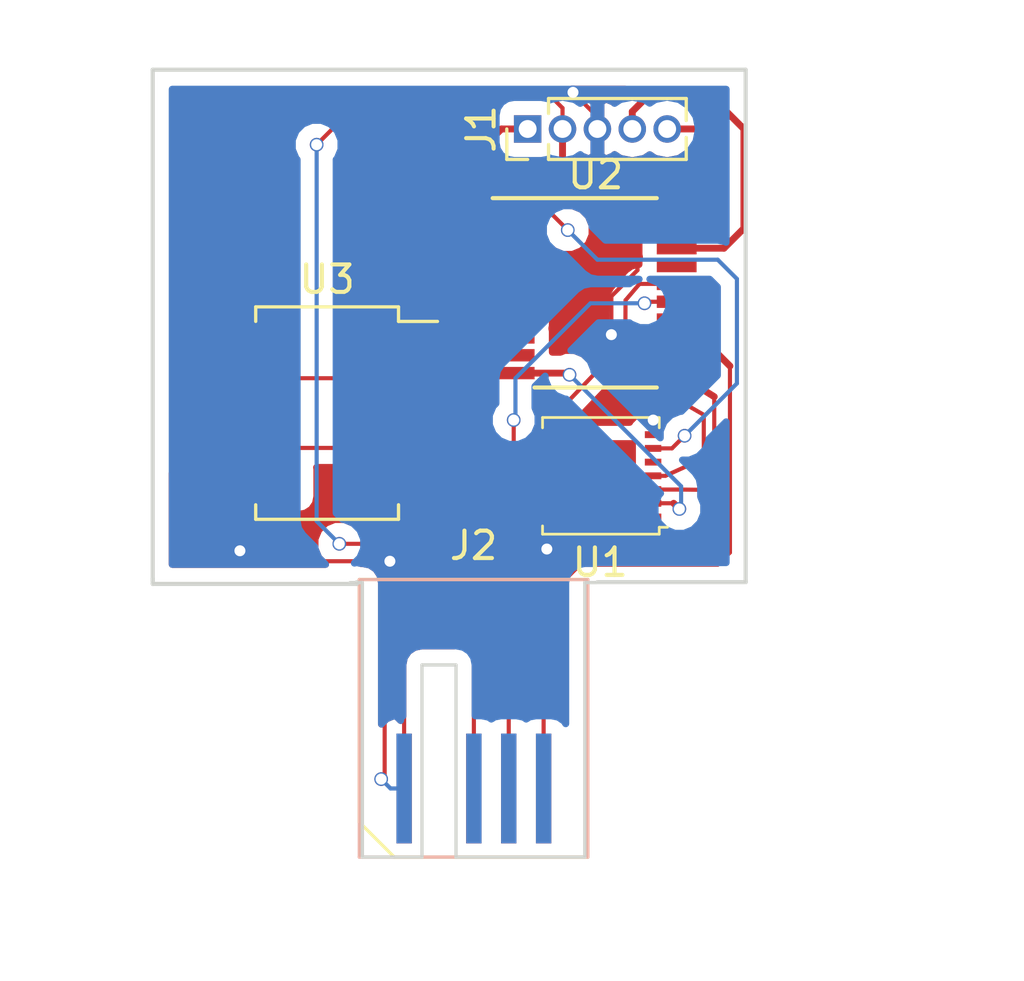
<source format=kicad_pcb>
(kicad_pcb (version 4) (host pcbnew 4.0.7)

  (general
    (links 24)
    (no_connects 2)
    (area 132.322499 82.855999 154.062501 101.738501)
    (thickness 1.6)
    (drawings 9)
    (tracks 153)
    (zones 0)
    (modules 5)
    (nets 30)
  )

  (page A4)
  (layers
    (0 F.Cu signal)
    (31 B.Cu signal)
    (32 B.Adhes user)
    (33 F.Adhes user)
    (34 B.Paste user)
    (35 F.Paste user)
    (36 B.SilkS user)
    (37 F.SilkS user)
    (38 B.Mask user)
    (39 F.Mask user)
    (40 Dwgs.User user)
    (41 Cmts.User user)
    (42 Eco1.User user)
    (43 Eco2.User user)
    (44 Edge.Cuts user)
    (45 Margin user)
    (46 B.CrtYd user)
    (47 F.CrtYd user)
    (48 B.Fab user)
    (49 F.Fab user)
  )

  (setup
    (last_trace_width 0.15)
    (trace_clearance 0.1)
    (zone_clearance 0.508)
    (zone_45_only no)
    (trace_min 0.1)
    (segment_width 0.2)
    (edge_width 0.15)
    (via_size 0.5)
    (via_drill 0.4)
    (via_min_size 0.4)
    (via_min_drill 0.3)
    (uvia_size 0.3)
    (uvia_drill 0.1)
    (uvias_allowed no)
    (uvia_min_size 0.2)
    (uvia_min_drill 0.1)
    (pcb_text_width 0.3)
    (pcb_text_size 1.5 1.5)
    (mod_edge_width 0.15)
    (mod_text_size 1 1)
    (mod_text_width 0.15)
    (pad_size 1.524 1.524)
    (pad_drill 0.762)
    (pad_to_mask_clearance 0.2)
    (aux_axis_origin 0 0)
    (visible_elements 7FFFFFFF)
    (pcbplotparams
      (layerselection 0x00030_80000001)
      (usegerberextensions false)
      (excludeedgelayer true)
      (linewidth 0.100000)
      (plotframeref false)
      (viasonmask false)
      (mode 1)
      (useauxorigin false)
      (hpglpennumber 1)
      (hpglpenspeed 20)
      (hpglpendiameter 15)
      (hpglpenoverlay 2)
      (psnegative false)
      (psa4output false)
      (plotreference true)
      (plotvalue true)
      (plotinvisibletext false)
      (padsonsilk false)
      (subtractmaskfromsilk false)
      (outputformat 1)
      (mirror false)
      (drillshape 1)
      (scaleselection 1)
      (outputdirectory ""))
  )

  (net 0 "")
  (net 1 "Net-(J1-Pad1)")
  (net 2 VDD)
  (net 3 GND)
  (net 4 "Net-(J1-Pad4)")
  (net 5 "Net-(J1-Pad5)")
  (net 6 VSS)
  (net 7 SCL)
  (net 8 SDA)
  (net 9 CE)
  (net 10 RE)
  (net 11 WE)
  (net 12 Vref)
  (net 13 "Net-(U1-Pad10)")
  (net 14 "Net-(U1-Pad9)")
  (net 15 V_gas)
  (net 16 "Net-(U1-Pad5)")
  (net 17 MENB)
  (net 18 "Net-(U2-Pad2)")
  (net 19 "Net-(U2-Pad3)")
  (net 20 "Net-(U2-Pad5)")
  (net 21 "Net-(U2-Pad6)")
  (net 22 "Net-(U2-Pad7)")
  (net 23 "Net-(U2-Pad8)")
  (net 24 "Net-(U2-Pad9)")
  (net 25 "Net-(U2-Pad12)")
  (net 26 "Net-(U2-Pad14)")
  (net 27 "Net-(U3-Pad2)")
  (net 28 "Net-(U3-Pad3)")
  (net 29 "Net-(U2-Pad17)")

  (net_class Default "Esta es la clase de red por defecto."
    (clearance 0.1)
    (trace_width 0.15)
    (via_dia 0.5)
    (via_drill 0.4)
    (uvia_dia 0.3)
    (uvia_drill 0.1)
    (add_net CE)
    (add_net GND)
    (add_net MENB)
    (add_net "Net-(J1-Pad1)")
    (add_net "Net-(J1-Pad4)")
    (add_net "Net-(J1-Pad5)")
    (add_net "Net-(U1-Pad10)")
    (add_net "Net-(U1-Pad5)")
    (add_net "Net-(U1-Pad9)")
    (add_net "Net-(U2-Pad12)")
    (add_net "Net-(U2-Pad14)")
    (add_net "Net-(U2-Pad17)")
    (add_net "Net-(U2-Pad2)")
    (add_net "Net-(U2-Pad3)")
    (add_net "Net-(U2-Pad5)")
    (add_net "Net-(U2-Pad6)")
    (add_net "Net-(U2-Pad7)")
    (add_net "Net-(U2-Pad8)")
    (add_net "Net-(U2-Pad9)")
    (add_net "Net-(U3-Pad2)")
    (add_net "Net-(U3-Pad3)")
    (add_net RE)
    (add_net SCL)
    (add_net SDA)
    (add_net VDD)
    (add_net VSS)
    (add_net V_gas)
    (add_net Vref)
    (add_net WE)
  )

  (module Pin_Headers:Pin_Header_Straight_1x05_Pitch1.27mm (layer F.Cu) (tedit 59650535) (tstamp 5CB06A71)
    (at 146.05 85.09 90)
    (descr "Through hole straight pin header, 1x05, 1.27mm pitch, single row")
    (tags "Through hole pin header THT 1x05 1.27mm single row")
    (path /5CB00CF6)
    (fp_text reference J1 (at 0 -1.695 90) (layer F.SilkS)
      (effects (font (size 1 1) (thickness 0.15)))
    )
    (fp_text value Conn_01x05 (at 0 6.775 90) (layer F.Fab)
      (effects (font (size 1 1) (thickness 0.15)))
    )
    (fp_line (start -0.525 -0.635) (end 1.05 -0.635) (layer F.Fab) (width 0.1))
    (fp_line (start 1.05 -0.635) (end 1.05 5.715) (layer F.Fab) (width 0.1))
    (fp_line (start 1.05 5.715) (end -1.05 5.715) (layer F.Fab) (width 0.1))
    (fp_line (start -1.05 5.715) (end -1.05 -0.11) (layer F.Fab) (width 0.1))
    (fp_line (start -1.05 -0.11) (end -0.525 -0.635) (layer F.Fab) (width 0.1))
    (fp_line (start -1.11 5.775) (end -0.30753 5.775) (layer F.SilkS) (width 0.12))
    (fp_line (start 0.30753 5.775) (end 1.11 5.775) (layer F.SilkS) (width 0.12))
    (fp_line (start -1.11 0.76) (end -1.11 5.775) (layer F.SilkS) (width 0.12))
    (fp_line (start 1.11 0.76) (end 1.11 5.775) (layer F.SilkS) (width 0.12))
    (fp_line (start -1.11 0.76) (end -0.563471 0.76) (layer F.SilkS) (width 0.12))
    (fp_line (start 0.563471 0.76) (end 1.11 0.76) (layer F.SilkS) (width 0.12))
    (fp_line (start -1.11 0) (end -1.11 -0.76) (layer F.SilkS) (width 0.12))
    (fp_line (start -1.11 -0.76) (end 0 -0.76) (layer F.SilkS) (width 0.12))
    (fp_line (start -1.55 -1.15) (end -1.55 6.25) (layer F.CrtYd) (width 0.05))
    (fp_line (start -1.55 6.25) (end 1.55 6.25) (layer F.CrtYd) (width 0.05))
    (fp_line (start 1.55 6.25) (end 1.55 -1.15) (layer F.CrtYd) (width 0.05))
    (fp_line (start 1.55 -1.15) (end -1.55 -1.15) (layer F.CrtYd) (width 0.05))
    (fp_text user %R (at 0 2.54 180) (layer F.Fab)
      (effects (font (size 1 1) (thickness 0.15)))
    )
    (pad 1 thru_hole rect (at 0 0 90) (size 1 1) (drill 0.65) (layers *.Cu *.Mask)
      (net 1 "Net-(J1-Pad1)"))
    (pad 2 thru_hole oval (at 0 1.27 90) (size 1 1) (drill 0.65) (layers *.Cu *.Mask)
      (net 2 VDD))
    (pad 3 thru_hole oval (at 0 2.54 90) (size 1 1) (drill 0.65) (layers *.Cu *.Mask)
      (net 3 GND))
    (pad 4 thru_hole oval (at 0 3.81 90) (size 1 1) (drill 0.65) (layers *.Cu *.Mask)
      (net 4 "Net-(J1-Pad4)"))
    (pad 5 thru_hole oval (at 0 5.08 90) (size 1 1) (drill 0.65) (layers *.Cu *.Mask)
      (net 5 "Net-(J1-Pad5)"))
    (model ${KISYS3DMOD}/Pin_Headers.3dshapes/Pin_Header_Straight_1x05_Pitch1.27mm.wrl
      (at (xyz 0 0 0))
      (scale (xyz 1 1 1))
      (rotate (xyz 0 0 0))
    )
  )

  (module Connectors_Samtec:MECF-05-0_-L-DV_Edge (layer F.Cu) (tedit 594BB3E5) (tstamp 5CB06A7D)
    (at 144.0815 106.6165)
    (descr "Highspeed card edge connector for PCB's with 05 contacts (polarized)")
    (tags "conn samtec card-edge high-speed")
    (path /5CAD6BD5)
    (attr virtual)
    (fp_text reference J2 (at 0 -6.35) (layer F.SilkS)
      (effects (font (size 1 1) (thickness 0.15)))
    )
    (fp_text value Conn_01x10 (at 0 -3.81) (layer F.Fab)
      (effects (font (size 1 1) (thickness 0.15)))
    )
    (fp_line (start -2.78 5) (end 4.05 5) (layer F.Fab) (width 0.1))
    (fp_line (start -4.05 -5) (end 4.05 -5) (layer F.Fab) (width 0.1))
    (fp_line (start -4.05 3.73) (end -4.05 -5) (layer F.Fab) (width 0.1))
    (fp_line (start 4.05 5) (end 4.05 -5) (layer F.Fab) (width 0.1))
    (fp_line (start -4.05 3.73) (end -2.78 5) (layer F.Fab) (width 0.1))
    (fp_line (start -4.05 5) (end 4.05 5) (layer B.Fab) (width 0.1))
    (fp_line (start -4.05 -5) (end 4.05 -5) (layer B.Fab) (width 0.1))
    (fp_line (start -4.05 5) (end -4.05 -5) (layer B.Fab) (width 0.1))
    (fp_line (start 4.05 5) (end 4.05 -5) (layer B.Fab) (width 0.1))
    (fp_line (start -2.89 5) (end 4.16 5) (layer F.SilkS) (width 0.12))
    (fp_line (start -4.16 -5.11) (end 4.16 -5.11) (layer F.SilkS) (width 0.12))
    (fp_line (start -4.16 3.73) (end -4.16 -5.11) (layer F.SilkS) (width 0.12))
    (fp_line (start 4.16 5) (end 4.16 -5.11) (layer F.SilkS) (width 0.12))
    (fp_line (start -2.89 5) (end -4.16 3.73) (layer F.SilkS) (width 0.12))
    (fp_line (start -4.16 5) (end 4.16 5) (layer B.SilkS) (width 0.12))
    (fp_line (start -4.16 -5.11) (end 4.16 -5.11) (layer B.SilkS) (width 0.12))
    (fp_line (start -4.16 5) (end -4.16 -5.11) (layer B.SilkS) (width 0.12))
    (fp_line (start 4.16 5) (end 4.16 -5.11) (layer B.SilkS) (width 0.12))
    (fp_line (start -4.3 -5.25) (end -4.3 5) (layer F.CrtYd) (width 0.05))
    (fp_line (start -4.3 5) (end 4.3 5) (layer F.CrtYd) (width 0.05))
    (fp_line (start 4.3 5) (end 4.3 -5.25) (layer F.CrtYd) (width 0.05))
    (fp_line (start 4.3 -5.25) (end -4.3 -5.25) (layer F.CrtYd) (width 0.05))
    (fp_line (start -4.3 -5.25) (end -4.3 5) (layer B.CrtYd) (width 0.05))
    (fp_line (start -4.3 5) (end 4.3 5) (layer B.CrtYd) (width 0.05))
    (fp_line (start 4.3 5) (end 4.3 -5.25) (layer B.CrtYd) (width 0.05))
    (fp_line (start 4.3 -5.25) (end -4.3 -5.25) (layer B.CrtYd) (width 0.05))
    (fp_line (start -4.05 5) (end -4.05 -5) (layer Edge.Cuts) (width 0.12))
    (fp_line (start 4.05 5) (end 4.05 -5) (layer Edge.Cuts) (width 0.12))
    (fp_line (start -4.5 -5) (end -4.05 -5) (layer Edge.Cuts) (width 0.12))
    (fp_line (start 4.5 -5) (end 4.05 -5) (layer Edge.Cuts) (width 0.12))
    (fp_line (start -4.05 5) (end -1.88 5) (layer Edge.Cuts) (width 0.12))
    (fp_line (start -1.88 5) (end -1.88 -2) (layer Edge.Cuts) (width 0.12))
    (fp_line (start -0.64 5) (end -0.64 -2) (layer Edge.Cuts) (width 0.12))
    (fp_line (start -1.88 -2) (end -0.64 -2) (layer Edge.Cuts) (width 0.12))
    (fp_line (start -0.64 5) (end 4.05 5) (layer Edge.Cuts) (width 0.12))
    (fp_text user %R (at 0 -2.54) (layer F.Fab)
      (effects (font (size 1 1) (thickness 0.15)))
    )
    (pad 1 smd rect (at -2.53 2.5) (size 0.56 4) (layers F.Cu F.Paste F.Mask)
      (net 3 GND))
    (pad 2 smd rect (at -2.53 2.5) (size 0.56 4) (layers B.Cu B.Paste B.Mask)
      (net 3 GND))
    (pad 5 smd rect (at 0.01 2.5) (size 0.56 4) (layers F.Cu F.Paste F.Mask)
      (net 2 VDD))
    (pad 6 smd rect (at 0.01 2.5) (size 0.56 4) (layers B.Cu B.Paste B.Mask)
      (net 6 VSS))
    (pad 7 smd rect (at 1.28 2.5) (size 0.56 4) (layers F.Cu F.Paste F.Mask)
      (net 7 SCL))
    (pad 8 smd rect (at 1.28 2.5) (size 0.56 4) (layers B.Cu B.Paste B.Mask)
      (net 7 SCL))
    (pad 9 smd rect (at 2.55 2.5) (size 0.56 4) (layers F.Cu F.Paste F.Mask)
      (net 8 SDA))
    (pad 10 smd rect (at 2.55 2.5) (size 0.56 4) (layers B.Cu B.Paste B.Mask)
      (net 8 SDA))
  )

  (module Housings_SON:WSON-14_1EP_4.0x4.0mm_Pitch0.5mm (layer F.Cu) (tedit 5CB06BE1) (tstamp 5CB06A90)
    (at 148.717 97.7265 180)
    (descr "14-Lead Plastic Dual Flat, No Lead Package - 4.0x4.0x0.8 mm Body [WSON], http://www.ti.com/lit/ml/mpds421/mpds421.pdf")
    (tags NHL014B)
    (path /5CB0066C)
    (attr smd)
    (fp_text reference U1 (at 0.027363 -3.153276 180) (layer F.SilkS)
      (effects (font (size 1 1) (thickness 0.15)))
    )
    (fp_text value LMP91000 (at 7.9375 -1.651 180) (layer F.Fab)
      (effects (font (size 1 1) (thickness 0.15)))
    )
    (fp_text user %R (at 0.05 0.025 180) (layer F.Fab)
      (effects (font (size 0.5 0.5) (thickness 0.05)))
    )
    (fp_line (start -2 -1.5) (end -1.5 -2) (layer F.Fab) (width 0.1))
    (fp_line (start -2.125 2.125) (end -2.125 1.75) (layer F.SilkS) (width 0.1))
    (fp_line (start 2.125 2.125) (end -2.1 2.125) (layer F.SilkS) (width 0.1))
    (fp_line (start 2.125 1.75) (end 2.125 2.125) (layer F.SilkS) (width 0.1))
    (fp_line (start -2.125 -2.125) (end -2.125 -1.875) (layer F.SilkS) (width 0.1))
    (fp_line (start -2.425 -1.875) (end -2.125 -1.875) (layer F.SilkS) (width 0.1))
    (fp_line (start 2.125 -2.125) (end 2.125 -1.825) (layer F.SilkS) (width 0.1))
    (fp_line (start 2.125 -2.125) (end -2.125 -2.125) (layer F.SilkS) (width 0.1))
    (fp_line (start -2.45 -2.25) (end 2.45 -2.25) (layer F.CrtYd) (width 0.05))
    (fp_line (start -2.45 2.25) (end -2.45 -2.25) (layer F.CrtYd) (width 0.05))
    (fp_line (start 2.45 2.25) (end -2.44 2.25) (layer F.CrtYd) (width 0.05))
    (fp_line (start 2.45 -2.25) (end 2.45 2.25) (layer F.CrtYd) (width 0.05))
    (fp_line (start 2 2) (end 2 -2) (layer F.Fab) (width 0.1))
    (fp_line (start -2 2) (end 2 2) (layer F.Fab) (width 0.1))
    (fp_line (start -2 -1.5) (end -2 2) (layer F.Fab) (width 0.1))
    (fp_line (start 2 -2) (end -1.5 -2) (layer F.Fab) (width 0.1))
    (pad 14 smd rect (at 1.9 -1.5 90) (size 0.25 0.6) (layers F.Cu F.Paste F.Mask)
      (net 9 CE))
    (pad 13 smd rect (at 1.9 -1 90) (size 0.25 0.6) (layers F.Cu F.Paste F.Mask)
      (net 10 RE))
    (pad 12 smd rect (at 1.9 -0.5 90) (size 0.25 0.6) (layers F.Cu F.Paste F.Mask)
      (net 11 WE))
    (pad 11 smd rect (at 1.9 0 90) (size 0.25 0.6) (layers F.Cu F.Paste F.Mask)
      (net 12 Vref))
    (pad 10 smd rect (at 1.9 0.5 90) (size 0.25 0.6) (layers F.Cu F.Paste F.Mask)
      (net 13 "Net-(U1-Pad10)"))
    (pad 9 smd rect (at 1.9 1 90) (size 0.25 0.6) (layers F.Cu F.Paste F.Mask)
      (net 14 "Net-(U1-Pad9)"))
    (pad 8 smd rect (at 1.9 1.5 90) (size 0.25 0.6) (layers F.Cu F.Paste F.Mask)
      (net 15 V_gas))
    (pad 7 smd rect (at -1.9 1.5 90) (size 0.25 0.6) (layers F.Cu F.Paste F.Mask)
      (net 3 GND))
    (pad 6 smd rect (at -1.9 1 90) (size 0.25 0.6) (layers F.Cu F.Paste F.Mask)
      (net 2 VDD))
    (pad 5 smd rect (at -1.9 0.5 90) (size 0.25 0.6) (layers F.Cu F.Paste F.Mask)
      (net 16 "Net-(U1-Pad5)"))
    (pad 4 smd rect (at -1.9 0 90) (size 0.25 0.6) (layers F.Cu F.Paste F.Mask)
      (net 8 SDA))
    (pad 3 smd rect (at -1.9 -0.5 90) (size 0.25 0.6) (layers F.Cu F.Paste F.Mask)
      (net 7 SCL))
    (pad 2 smd rect (at -1.9 -1 90) (size 0.25 0.6) (layers F.Cu F.Paste F.Mask)
      (net 17 MENB))
    (pad 1 smd rect (at -1.9 -1.5 90) (size 0.25 0.6) (layers F.Cu F.Paste F.Mask)
      (net 3 GND))
    (pad 15 smd rect (at 0.025 0 90) (size 2.6 2.6) (layers F.Cu F.Paste F.Mask))
    (model ${KISYS3DMOD}/Housings_SON.3dshapes/WSON-14_1EP_4.0x4.0mm_Pitch0.5mm.wrl
      (at (xyz 0 0 0))
      (scale (xyz 1 1 1))
      (rotate (xyz 0 0 0))
    )
  )

  (module Socket_Strips:Socket_Strip_Straight_2x03_Pitch2.54mm_SMD (layer F.Cu) (tedit 5CB06BE4) (tstamp 5CB06AAE)
    (at 138.7475 95.4405)
    (descr "surface-mounted straight socket strip, 2x03, 2.54mm pitch, double rows")
    (tags "Surface mounted socket strip SMD 2x03 2.54mm double row")
    (path /5CB00263)
    (attr smd)
    (fp_text reference U3 (at 0 -4.87) (layer F.SilkS)
      (effects (font (size 1 1) (thickness 0.15)))
    )
    (fp_text value Electrochemical_Sensor (at 16.383 -0.1905) (layer F.Fab)
      (effects (font (size 1 1) (thickness 0.15)))
    )
    (fp_line (start -2.54 -3.81) (end -2.54 3.81) (layer F.Fab) (width 0.1))
    (fp_line (start -2.54 3.81) (end 2.54 3.81) (layer F.Fab) (width 0.1))
    (fp_line (start 2.54 3.81) (end 2.54 -3.81) (layer F.Fab) (width 0.1))
    (fp_line (start 2.54 -3.81) (end -2.54 -3.81) (layer F.Fab) (width 0.1))
    (fp_line (start -2.54 -2.86) (end -2.54 -2.22) (layer F.Fab) (width 0.1))
    (fp_line (start -2.54 -2.22) (end -3.92 -2.22) (layer F.Fab) (width 0.1))
    (fp_line (start -3.92 -2.22) (end -3.92 -2.86) (layer F.Fab) (width 0.1))
    (fp_line (start -3.92 -2.86) (end -2.54 -2.86) (layer F.Fab) (width 0.1))
    (fp_line (start 2.54 -2.86) (end 2.54 -2.22) (layer F.Fab) (width 0.1))
    (fp_line (start 2.54 -2.22) (end 3.92 -2.22) (layer F.Fab) (width 0.1))
    (fp_line (start 3.92 -2.22) (end 3.92 -2.86) (layer F.Fab) (width 0.1))
    (fp_line (start 3.92 -2.86) (end 2.54 -2.86) (layer F.Fab) (width 0.1))
    (fp_line (start -2.54 -0.32) (end -2.54 0.32) (layer F.Fab) (width 0.1))
    (fp_line (start -2.54 0.32) (end -3.92 0.32) (layer F.Fab) (width 0.1))
    (fp_line (start -3.92 0.32) (end -3.92 -0.32) (layer F.Fab) (width 0.1))
    (fp_line (start -3.92 -0.32) (end -2.54 -0.32) (layer F.Fab) (width 0.1))
    (fp_line (start 2.54 -0.32) (end 2.54 0.32) (layer F.Fab) (width 0.1))
    (fp_line (start 2.54 0.32) (end 3.92 0.32) (layer F.Fab) (width 0.1))
    (fp_line (start 3.92 0.32) (end 3.92 -0.32) (layer F.Fab) (width 0.1))
    (fp_line (start 3.92 -0.32) (end 2.54 -0.32) (layer F.Fab) (width 0.1))
    (fp_line (start -2.54 2.22) (end -2.54 2.86) (layer F.Fab) (width 0.1))
    (fp_line (start -2.54 2.86) (end -3.92 2.86) (layer F.Fab) (width 0.1))
    (fp_line (start -3.92 2.86) (end -3.92 2.22) (layer F.Fab) (width 0.1))
    (fp_line (start -3.92 2.22) (end -2.54 2.22) (layer F.Fab) (width 0.1))
    (fp_line (start 2.54 2.22) (end 2.54 2.86) (layer F.Fab) (width 0.1))
    (fp_line (start 2.54 2.86) (end 3.92 2.86) (layer F.Fab) (width 0.1))
    (fp_line (start 3.92 2.86) (end 3.92 2.22) (layer F.Fab) (width 0.1))
    (fp_line (start 3.92 2.22) (end 2.54 2.22) (layer F.Fab) (width 0.1))
    (fp_line (start -2.6 -3.34) (end -2.6 -3.87) (layer F.SilkS) (width 0.12))
    (fp_line (start -2.6 -3.87) (end 2.6 -3.87) (layer F.SilkS) (width 0.12))
    (fp_line (start 2.6 -3.87) (end 2.6 -3.34) (layer F.SilkS) (width 0.12))
    (fp_line (start -2.6 3.34) (end -2.6 3.87) (layer F.SilkS) (width 0.12))
    (fp_line (start -2.6 3.87) (end 2.6 3.87) (layer F.SilkS) (width 0.12))
    (fp_line (start 2.6 3.87) (end 2.6 3.34) (layer F.SilkS) (width 0.12))
    (fp_line (start 4.02 -3.34) (end 2.6 -3.34) (layer F.SilkS) (width 0.12))
    (fp_line (start -4.55 -4.35) (end -4.55 4.35) (layer F.CrtYd) (width 0.05))
    (fp_line (start -4.55 4.35) (end 4.55 4.35) (layer F.CrtYd) (width 0.05))
    (fp_line (start 4.55 4.35) (end 4.55 -4.35) (layer F.CrtYd) (width 0.05))
    (fp_line (start 4.55 -4.35) (end -4.55 -4.35) (layer F.CrtYd) (width 0.05))
    (fp_text user %R (at 0 -4.87) (layer F.Fab)
      (effects (font (size 1 1) (thickness 0.15)))
    )
    (pad 1 smd rect (at 2.52 -2.54) (size 3 1) (layers F.Cu F.Paste F.Mask)
      (net 11 WE))
    (pad 2 smd rect (at -2.52 -2.54) (size 3 1) (layers F.Cu F.Paste F.Mask)
      (net 27 "Net-(U3-Pad2)"))
    (pad 3 smd rect (at 2.52 0) (size 3 1) (layers F.Cu F.Paste F.Mask)
      (net 28 "Net-(U3-Pad3)"))
    (pad 4 smd rect (at -2.52 0) (size 3 1) (layers F.Cu F.Paste F.Mask)
      (net 10 RE))
    (pad 5 smd rect (at 2.52 2.54) (size 3 1) (layers F.Cu F.Paste F.Mask)
      (net 9 CE))
    (pad 6 smd rect (at -2.52 2.54) (size 3 1) (layers F.Cu F.Paste F.Mask)
      (net 11 WE))
    (model ${KISYS3DMOD}/Socket_Strips.3dshapes/Socket_Strip_Straight_2x03_Pitch2.54mm_SMD.wrl
      (at (xyz 0 0 0))
      (scale (xyz 1 1 1))
      (rotate (xyz 0 0 0))
    )
  )

  (module Housings_SSOP:TSSOP-20_4.4x6.5mm_Pitch0.65mm (layer F.Cu) (tedit 5CB06BDE) (tstamp 5CB06BB2)
    (at 148.5265 91.059)
    (descr "20-Lead Plastic Thin Shrink Small Outline (ST)-4.4 mm Body [TSSOP] (see Microchip Packaging Specification 00000049BS.pdf)")
    (tags "SSOP 0.65")
    (path /5CB00BA3)
    (attr smd)
    (fp_text reference U2 (at 0 -4.3) (layer F.SilkS)
      (effects (font (size 1 1) (thickness 0.15)))
    )
    (fp_text value "PIC16(L)F1829-I/SO" (at -13.589 1.397) (layer F.Fab)
      (effects (font (size 1 1) (thickness 0.15)))
    )
    (fp_line (start -1.2 -3.25) (end 2.2 -3.25) (layer F.Fab) (width 0.15))
    (fp_line (start 2.2 -3.25) (end 2.2 3.25) (layer F.Fab) (width 0.15))
    (fp_line (start 2.2 3.25) (end -2.2 3.25) (layer F.Fab) (width 0.15))
    (fp_line (start -2.2 3.25) (end -2.2 -2.25) (layer F.Fab) (width 0.15))
    (fp_line (start -2.2 -2.25) (end -1.2 -3.25) (layer F.Fab) (width 0.15))
    (fp_line (start -3.95 -3.55) (end -3.95 3.55) (layer F.CrtYd) (width 0.05))
    (fp_line (start 3.95 -3.55) (end 3.95 3.55) (layer F.CrtYd) (width 0.05))
    (fp_line (start -3.95 -3.55) (end 3.95 -3.55) (layer F.CrtYd) (width 0.05))
    (fp_line (start -3.95 3.55) (end 3.95 3.55) (layer F.CrtYd) (width 0.05))
    (fp_line (start -2.225 3.45) (end 2.225 3.45) (layer F.SilkS) (width 0.15))
    (fp_line (start -3.75 -3.45) (end 2.225 -3.45) (layer F.SilkS) (width 0.15))
    (fp_text user %R (at 0 0) (layer F.Fab)
      (effects (font (size 0.8 0.8) (thickness 0.15)))
    )
    (pad 1 smd rect (at -2.95 -2.925) (size 1.45 0.45) (layers F.Cu F.Paste F.Mask)
      (net 2 VDD))
    (pad 2 smd rect (at -2.95 -2.275) (size 1.45 0.45) (layers F.Cu F.Paste F.Mask)
      (net 18 "Net-(U2-Pad2)"))
    (pad 3 smd rect (at -2.95 -1.625) (size 1.45 0.45) (layers F.Cu F.Paste F.Mask)
      (net 19 "Net-(U2-Pad3)"))
    (pad 4 smd rect (at -2.95 -0.975) (size 1.45 0.45) (layers F.Cu F.Paste F.Mask)
      (net 1 "Net-(J1-Pad1)"))
    (pad 5 smd rect (at -2.95 -0.325) (size 1.45 0.45) (layers F.Cu F.Paste F.Mask)
      (net 20 "Net-(U2-Pad5)"))
    (pad 6 smd rect (at -2.95 0.325) (size 1.45 0.45) (layers F.Cu F.Paste F.Mask)
      (net 21 "Net-(U2-Pad6)"))
    (pad 7 smd rect (at -2.95 0.975) (size 1.45 0.45) (layers F.Cu F.Paste F.Mask)
      (net 22 "Net-(U2-Pad7)"))
    (pad 8 smd rect (at -2.95 1.625) (size 1.45 0.45) (layers F.Cu F.Paste F.Mask)
      (net 23 "Net-(U2-Pad8)"))
    (pad 9 smd rect (at -2.95 2.275) (size 1.45 0.45) (layers F.Cu F.Paste F.Mask)
      (net 24 "Net-(U2-Pad9)"))
    (pad 10 smd rect (at -2.95 2.925) (size 1.45 0.45) (layers F.Cu F.Paste F.Mask)
      (net 17 MENB))
    (pad 11 smd rect (at 2.95 2.925) (size 1.45 0.45) (layers F.Cu F.Paste F.Mask)
      (net 7 SCL))
    (pad 12 smd rect (at 2.95 2.275) (size 1.45 0.45) (layers F.Cu F.Paste F.Mask)
      (net 25 "Net-(U2-Pad12)"))
    (pad 13 smd rect (at 2.95 1.625) (size 1.45 0.45) (layers F.Cu F.Paste F.Mask)
      (net 8 SDA))
    (pad 14 smd rect (at 2.95 0.975) (size 1.45 0.45) (layers F.Cu F.Paste F.Mask)
      (net 26 "Net-(U2-Pad14)"))
    (pad 15 smd rect (at 2.95 0.325) (size 1.45 0.45) (layers F.Cu F.Paste F.Mask)
      (net 12 Vref))
    (pad 16 smd rect (at 2.95 -0.325) (size 1.45 0.45) (layers F.Cu F.Paste F.Mask)
      (net 15 V_gas))
    (pad 17 smd rect (at 2.95 -0.975) (size 1.45 0.45) (layers F.Cu F.Paste F.Mask)
      (net 29 "Net-(U2-Pad17)"))
    (pad 18 smd rect (at 2.95 -1.625) (size 1.45 0.45) (layers F.Cu F.Paste F.Mask)
      (net 4 "Net-(J1-Pad4)"))
    (pad 19 smd rect (at 2.95 -2.275) (size 1.45 0.45) (layers F.Cu F.Paste F.Mask)
      (net 5 "Net-(J1-Pad5)"))
    (pad 20 smd rect (at 2.95 -2.925) (size 1.45 0.45) (layers F.Cu F.Paste F.Mask)
      (net 3 GND))
    (model ${KISYS3DMOD}/Housings_SSOP.3dshapes/TSSOP-20_4.4x6.5mm_Pitch0.65mm.wrl
      (at (xyz 0 0 0))
      (scale (xyz 1 1 1))
      (rotate (xyz 0 0 0))
    )
  )

  (gr_line (start 153.9875 101.6) (end 153.9875 101.5365) (angle 90) (layer Edge.Cuts) (width 0.15))
  (gr_line (start 148.59 101.6) (end 153.9875 101.6) (angle 90) (layer Edge.Cuts) (width 0.15))
  (gr_line (start 139.827 101.6635) (end 139.827 101.6) (angle 90) (layer Edge.Cuts) (width 0.15))
  (gr_line (start 132.3975 101.6635) (end 139.827 101.6635) (angle 90) (layer Edge.Cuts) (width 0.15))
  (gr_line (start 132.3975 101.5365) (end 132.3975 101.6635) (angle 90) (layer Edge.Cuts) (width 0.15))
  (gr_line (start 132.3975 101.473) (end 132.3975 101.5365) (angle 90) (layer Edge.Cuts) (width 0.15))
  (gr_line (start 132.3975 82.931) (end 132.3975 101.473) (angle 90) (layer Edge.Cuts) (width 0.15))
  (gr_line (start 153.9875 82.931) (end 132.3975 82.931) (angle 90) (layer Edge.Cuts) (width 0.15))
  (gr_line (start 153.9875 101.6) (end 153.9875 82.931) (angle 90) (layer Edge.Cuts) (width 0.15))

  (segment (start 146.05 85.09) (end 145.0975 85.09) (width 0.25) (layer F.Cu) (net 1))
  (segment (start 144.186 90.084) (end 145.5765 90.084) (width 0.25) (layer F.Cu) (net 1) (tstamp 5CB06BEB))
  (segment (start 143.7005 89.5985) (end 144.186 90.084) (width 0.25) (layer F.Cu) (net 1) (tstamp 5CB06BEA))
  (segment (start 143.7005 86.487) (end 143.7005 89.5985) (width 0.25) (layer F.Cu) (net 1) (tstamp 5CB06BE8))
  (segment (start 145.0975 85.09) (end 143.7005 86.487) (width 0.25) (layer F.Cu) (net 1) (tstamp 5CB06BE7))
  (segment (start 144.0915 109.1165) (end 144.0915 103.0505) (width 0.15) (layer F.Cu) (net 2))
  (segment (start 147.32 84.328) (end 147.32 85.09) (width 0.15) (layer F.Cu) (net 2) (tstamp 5CBA877C))
  (segment (start 146.685 83.693) (end 147.32 84.328) (width 0.15) (layer F.Cu) (net 2) (tstamp 5CBA877A))
  (segment (start 140.335 83.693) (end 146.685 83.693) (width 0.15) (layer F.Cu) (net 2) (tstamp 5CBA8778))
  (segment (start 138.3665 85.6615) (end 140.335 83.693) (width 0.15) (layer F.Cu) (net 2) (tstamp 5CBA8777))
  (via (at 138.3665 85.6615) (size 0.5) (drill 0.4) (layers F.Cu B.Cu) (net 2))
  (segment (start 138.3665 99.3775) (end 138.3665 85.6615) (width 0.15) (layer B.Cu) (net 2) (tstamp 5CBA8770))
  (segment (start 139.192 100.203) (end 138.3665 99.3775) (width 0.15) (layer B.Cu) (net 2) (tstamp 5CBA876F))
  (via (at 139.192 100.203) (size 0.5) (drill 0.4) (layers F.Cu B.Cu) (net 2))
  (segment (start 141.244 100.203) (end 139.192 100.203) (width 0.15) (layer F.Cu) (net 2) (tstamp 5CBA8767))
  (segment (start 144.0915 103.0505) (end 141.244 100.203) (width 0.15) (layer F.Cu) (net 2) (tstamp 5CBA8761))
  (segment (start 150.617 96.7265) (end 151.3045 96.7265) (width 0.15) (layer F.Cu) (net 2))
  (segment (start 146.8715 88.134) (end 145.5765 88.134) (width 0.15) (layer F.Cu) (net 2) (tstamp 5CBA86E1))
  (segment (start 147.5105 88.773) (end 146.8715 88.134) (width 0.15) (layer F.Cu) (net 2) (tstamp 5CBA86E0))
  (via (at 147.5105 88.773) (size 0.5) (drill 0.4) (layers F.Cu B.Cu) (net 2))
  (segment (start 148.59 89.8525) (end 147.5105 88.773) (width 0.15) (layer B.Cu) (net 2) (tstamp 5CBA86DD))
  (segment (start 152.9715 89.8525) (end 148.59 89.8525) (width 0.15) (layer B.Cu) (net 2) (tstamp 5CBA86DB))
  (segment (start 153.67 90.551) (end 152.9715 89.8525) (width 0.15) (layer B.Cu) (net 2) (tstamp 5CBA86DA))
  (segment (start 153.67 94.361) (end 153.67 90.551) (width 0.15) (layer B.Cu) (net 2) (tstamp 5CBA86D8))
  (segment (start 151.765 96.266) (end 153.67 94.361) (width 0.15) (layer B.Cu) (net 2) (tstamp 5CBA86D7))
  (via (at 151.765 96.266) (size 0.5) (drill 0.4) (layers F.Cu B.Cu) (net 2))
  (segment (start 151.3045 96.7265) (end 151.765 96.266) (width 0.15) (layer F.Cu) (net 2) (tstamp 5CBA86D5))
  (segment (start 147.32 85.09) (end 147.32 86.3905) (width 0.25) (layer F.Cu) (net 2))
  (segment (start 147.32 86.3905) (end 145.5765 88.134) (width 0.25) (layer F.Cu) (net 2) (tstamp 5CB06BE2))
  (segment (start 141.5515 109.1165) (end 141.057 109.1165) (width 0.15) (layer B.Cu) (net 3) (status 400000))
  (segment (start 140.843 108.6485) (end 140.843 106.045) (width 0.15) (layer F.Cu) (net 3) (tstamp 5CBA8972))
  (segment (start 140.716 108.7755) (end 140.843 108.6485) (width 0.15) (layer F.Cu) (net 3) (tstamp 5CBA8971))
  (via (at 140.716 108.7755) (size 0.5) (drill 0.4) (layers F.Cu B.Cu) (net 3))
  (segment (start 141.057 109.1165) (end 140.716 108.7755) (width 0.15) (layer B.Cu) (net 3) (tstamp 5CBA896C))
  (segment (start 140.462 100.838) (end 141.0335 100.838) (width 0.15) (layer F.Cu) (net 3))
  (segment (start 148.0425 99.2265) (end 150.617 99.2265) (width 0.15) (layer F.Cu) (net 3) (tstamp 5CBA87A4))
  (segment (start 146.7485 100.3935) (end 148.0425 99.2265) (width 0.15) (layer F.Cu) (net 3) (tstamp 5CBA87A3))
  (via (at 146.7485 100.3935) (size 0.5) (drill 0.4) (layers F.Cu B.Cu) (net 3))
  (segment (start 146.7485 100.3935) (end 146.7485 100.3935) (width 0.15) (layer B.Cu) (net 3) (tstamp 5CBA87A0))
  (segment (start 145.161 100.3935) (end 146.7485 100.3935) (width 0.15) (layer B.Cu) (net 3) (tstamp 5CBA879C))
  (segment (start 144.4625 100.838) (end 145.161 100.3935) (width 0.15) (layer B.Cu) (net 3) (tstamp 5CBA879B))
  (segment (start 141.0335 100.838) (end 144.4625 100.838) (width 0.15) (layer B.Cu) (net 3) (tstamp 5CBA879A))
  (via (at 141.0335 100.838) (size 0.5) (drill 0.4) (layers F.Cu B.Cu) (net 3))
  (segment (start 141.5515 109.1165) (end 141.5515 101.9275) (width 0.15) (layer F.Cu) (net 3))
  (segment (start 147.701 83.7565) (end 148.59 84.6455) (width 0.15) (layer F.Cu) (net 3) (tstamp 5CBA8793))
  (via (at 147.701 83.7565) (size 0.5) (drill 0.4) (layers F.Cu B.Cu) (net 3))
  (segment (start 137.795 83.7565) (end 147.701 83.7565) (width 0.15) (layer B.Cu) (net 3) (tstamp 5CBA878F))
  (segment (start 135.255 86.2965) (end 137.795 83.7565) (width 0.15) (layer B.Cu) (net 3) (tstamp 5CBA878D))
  (segment (start 135.255 100.1395) (end 135.255 86.2965) (width 0.15) (layer B.Cu) (net 3) (tstamp 5CBA878B))
  (segment (start 135.5725 100.457) (end 135.255 100.1395) (width 0.15) (layer B.Cu) (net 3) (tstamp 5CBA878A))
  (via (at 135.5725 100.457) (size 0.5) (drill 0.4) (layers F.Cu B.Cu) (net 3))
  (segment (start 135.9535 100.838) (end 135.5725 100.457) (width 0.15) (layer F.Cu) (net 3) (tstamp 5CBA8788))
  (segment (start 140.462 100.838) (end 135.9535 100.838) (width 0.15) (layer F.Cu) (net 3) (tstamp 5CBA8786))
  (segment (start 141.5515 101.9275) (end 140.462 100.838) (width 0.15) (layer F.Cu) (net 3) (tstamp 5CBA8780))
  (segment (start 148.59 84.6455) (end 148.59 85.09) (width 0.15) (layer F.Cu) (net 3) (tstamp 5CBA8794))
  (segment (start 150.0505 88.134) (end 150.0505 90.2335) (width 0.15) (layer F.Cu) (net 3))
  (segment (start 150.617 95.6995) (end 150.617 96.2265) (width 0.15) (layer F.Cu) (net 3) (tstamp 5CBA86C9))
  (segment (start 150.622 95.6945) (end 150.617 95.6995) (width 0.15) (layer F.Cu) (net 3) (tstamp 5CBA86C8))
  (via (at 150.622 95.6945) (size 0.5) (drill 0.4) (layers F.Cu B.Cu) (net 3))
  (segment (start 150.622 94.107) (end 150.622 95.6945) (width 0.15) (layer B.Cu) (net 3) (tstamp 5CBA86C5))
  (segment (start 149.098 92.583) (end 150.622 94.107) (width 0.15) (layer B.Cu) (net 3) (tstamp 5CBA86C4))
  (via (at 149.098 92.583) (size 0.5) (drill 0.4) (layers F.Cu B.Cu) (net 3))
  (segment (start 149.098 91.186) (end 149.098 92.583) (width 0.15) (layer F.Cu) (net 3) (tstamp 5CBA86C1))
  (segment (start 150.0505 90.2335) (end 149.098 91.186) (width 0.15) (layer F.Cu) (net 3) (tstamp 5CBA86BF))
  (segment (start 150.617 99.2265) (end 150.4555 99.2265) (width 0.25) (layer F.Cu) (net 3))
  (segment (start 148.59 85.09) (end 148.59 86.6775) (width 0.25) (layer F.Cu) (net 3))
  (segment (start 150.0465 88.134) (end 150.0505 88.134) (width 0.25) (layer F.Cu) (net 3) (tstamp 5CB06BCB))
  (segment (start 150.0505 88.134) (end 151.4765 88.134) (width 0.25) (layer F.Cu) (net 3) (tstamp 5CBA86BD))
  (segment (start 148.59 86.6775) (end 150.0465 88.134) (width 0.25) (layer F.Cu) (net 3) (tstamp 5CB06BC9))
  (segment (start 149.86 85.09) (end 149.86 84.455) (width 0.25) (layer F.Cu) (net 4))
  (segment (start 153.1995 89.434) (end 151.4765 89.434) (width 0.25) (layer F.Cu) (net 4) (tstamp 5CB06BD8))
  (segment (start 153.924 88.7095) (end 153.1995 89.434) (width 0.25) (layer F.Cu) (net 4) (tstamp 5CB06BD7))
  (segment (start 153.924 85.09) (end 153.924 88.7095) (width 0.25) (layer F.Cu) (net 4) (tstamp 5CB06BD5))
  (segment (start 152.7175 83.8835) (end 153.924 85.09) (width 0.25) (layer F.Cu) (net 4) (tstamp 5CB06BD3))
  (segment (start 150.4315 83.8835) (end 152.7175 83.8835) (width 0.25) (layer F.Cu) (net 4) (tstamp 5CB06BD2))
  (segment (start 149.86 84.455) (end 150.4315 83.8835) (width 0.25) (layer F.Cu) (net 4) (tstamp 5CB06BD1))
  (segment (start 151.13 85.09) (end 152.4 85.09) (width 0.25) (layer F.Cu) (net 5))
  (segment (start 152.643 88.784) (end 151.4765 88.784) (width 0.25) (layer F.Cu) (net 5) (tstamp 5CB06BDE))
  (segment (start 153.0985 88.3285) (end 152.643 88.784) (width 0.25) (layer F.Cu) (net 5) (tstamp 5CB06BDD))
  (segment (start 153.0985 85.7885) (end 153.0985 88.3285) (width 0.25) (layer F.Cu) (net 5) (tstamp 5CB06BDC))
  (segment (start 152.4 85.09) (end 153.0985 85.7885) (width 0.25) (layer F.Cu) (net 5) (tstamp 5CB06BDB))
  (segment (start 145.3615 109.1165) (end 145.3615 102.733) (width 0.15) (layer F.Cu) (net 7))
  (segment (start 152.781 98.044) (end 152.8445 98.044) (width 0.15) (layer F.Cu) (net 7) (tstamp 5CB06DD6))
  (segment (start 152.781 99.6315) (end 152.781 98.044) (width 0.15) (layer F.Cu) (net 7) (tstamp 5CB06DD4))
  (segment (start 152.019 100.3935) (end 152.781 99.6315) (width 0.15) (layer F.Cu) (net 7) (tstamp 5CB06DD3))
  (segment (start 147.7645 100.33) (end 152.019 100.3935) (width 0.15) (layer F.Cu) (net 7) (tstamp 5CB06DD1))
  (segment (start 145.3615 102.733) (end 147.7645 100.33) (width 0.15) (layer F.Cu) (net 7) (tstamp 5CB06DCE))
  (segment (start 150.617 98.2265) (end 151.646 98.2265) (width 0.15) (layer F.Cu) (net 7))
  (segment (start 152.8445 94.844) (end 151.4765 93.984) (width 0.25) (layer F.Cu) (net 7) (tstamp 5CB06D29))
  (segment (start 152.3365 98.2345) (end 152.8445 98.044) (width 0.15) (layer F.Cu) (net 7) (tstamp 5CB06D28))
  (segment (start 152.8445 98.044) (end 152.8445 94.844) (width 0.15) (layer F.Cu) (net 7) (tstamp 5CB06DD7))
  (segment (start 151.646 98.2265) (end 152.3365 98.2345) (width 0.15) (layer F.Cu) (net 7) (tstamp 5CB06D27))
  (segment (start 146.6315 109.1165) (end 146.6315 102.2885) (width 0.15) (layer F.Cu) (net 8))
  (segment (start 152.374 92.684) (end 151.4765 92.684) (width 0.25) (layer F.Cu) (net 8) (tstamp 5CB06DB1))
  (segment (start 153.416 93.726) (end 152.374 92.684) (width 0.25) (layer F.Cu) (net 8) (tstamp 5CB06DB0))
  (segment (start 153.416 100.5205) (end 153.416 93.726) (width 0.15) (layer F.Cu) (net 8) (tstamp 5CB06DAF))
  (segment (start 152.9715 100.965) (end 153.416 100.5205) (width 0.15) (layer F.Cu) (net 8) (tstamp 5CB06DAE))
  (segment (start 147.955 100.965) (end 152.9715 100.965) (width 0.15) (layer F.Cu) (net 8) (tstamp 5CB06DA9))
  (segment (start 146.6315 102.2885) (end 147.955 100.965) (width 0.15) (layer F.Cu) (net 8) (tstamp 5CB06DA4))
  (segment (start 150.617 97.7265) (end 151.0665 97.7265) (width 0.15) (layer F.Cu) (net 8))
  (segment (start 150.521 92.684) (end 151.4765 92.684) (width 0.15) (layer F.Cu) (net 8) (tstamp 5CB06D33))
  (segment (start 150.114 93.091) (end 150.521 92.684) (width 0.15) (layer F.Cu) (net 8) (tstamp 5CB06D32))
  (segment (start 150.114 94.2975) (end 150.114 93.091) (width 0.15) (layer F.Cu) (net 8) (tstamp 5CB06D31))
  (segment (start 150.4315 94.5515) (end 150.114 94.2975) (width 0.15) (layer F.Cu) (net 8) (tstamp 5CB06D30))
  (segment (start 150.8125 94.5515) (end 150.4315 94.5515) (width 0.15) (layer F.Cu) (net 8) (tstamp 5CB06D2F))
  (segment (start 152.4635 95.504) (end 150.8125 94.5515) (width 0.15) (layer F.Cu) (net 8) (tstamp 5CB06D2E))
  (segment (start 152.4635 97.0915) (end 152.4635 95.504) (width 0.15) (layer F.Cu) (net 8) (tstamp 5CB06D2D))
  (segment (start 151.0665 97.7265) (end 152.4635 97.0915) (width 0.15) (layer F.Cu) (net 8) (tstamp 5CB06D2C))
  (segment (start 141.2675 97.9805) (end 141.2675 98.024) (width 0.25) (layer F.Cu) (net 9))
  (segment (start 141.2675 98.024) (end 142.47 99.2265) (width 0.15) (layer F.Cu) (net 9) (tstamp 5CB06D01))
  (segment (start 142.47 99.2265) (end 146.817 99.2265) (width 0.15) (layer F.Cu) (net 9) (tstamp 5CB06D02))
  (segment (start 146.817 98.7265) (end 145.78 98.7265) (width 0.15) (layer F.Cu) (net 10))
  (segment (start 137.4975 96.7105) (end 136.2275 95.4405) (width 0.15) (layer F.Cu) (net 10) (tstamp 5CB06D0A))
  (segment (start 143.764 96.7105) (end 137.4975 96.7105) (width 0.15) (layer F.Cu) (net 10) (tstamp 5CB06D08))
  (segment (start 145.78 98.7265) (end 143.764 96.7105) (width 0.15) (layer F.Cu) (net 10) (tstamp 5CB06D06))
  (segment (start 136.2275 97.9805) (end 134.4295 97.9805) (width 0.15) (layer F.Cu) (net 11))
  (segment (start 139.9975 94.1705) (end 141.2675 92.9005) (width 0.15) (layer F.Cu) (net 11) (tstamp 5CB06D1F))
  (segment (start 134.62 94.1705) (end 139.9975 94.1705) (width 0.15) (layer F.Cu) (net 11) (tstamp 5CB06D1E))
  (segment (start 133.6675 95.123) (end 134.62 94.1705) (width 0.15) (layer F.Cu) (net 11) (tstamp 5CB06D1D))
  (segment (start 133.6675 97.2185) (end 133.6675 95.123) (width 0.15) (layer F.Cu) (net 11) (tstamp 5CB06D1C))
  (segment (start 134.4295 97.9805) (end 133.6675 97.2185) (width 0.15) (layer F.Cu) (net 11) (tstamp 5CB06D1B))
  (segment (start 146.817 98.2265) (end 146.169 98.2265) (width 0.15) (layer F.Cu) (net 11))
  (segment (start 142.347 93.98) (end 141.2675 92.9005) (width 0.15) (layer F.Cu) (net 11) (tstamp 5CB06D18))
  (segment (start 143.3195 93.98) (end 142.347 93.98) (width 0.15) (layer F.Cu) (net 11) (tstamp 5CB06D17))
  (segment (start 144.018 94.6785) (end 143.3195 93.98) (width 0.15) (layer F.Cu) (net 11) (tstamp 5CB06D16))
  (segment (start 144.018 96.0755) (end 144.018 94.6785) (width 0.15) (layer F.Cu) (net 11) (tstamp 5CB06D14))
  (segment (start 146.169 98.2265) (end 144.018 96.0755) (width 0.15) (layer F.Cu) (net 11) (tstamp 5CB06D13))
  (segment (start 146.817 97.7265) (end 146.3675 97.7265) (width 0.15) (layer F.Cu) (net 12))
  (segment (start 150.2485 91.384) (end 151.4765 91.384) (width 0.15) (layer F.Cu) (net 12) (tstamp 5CBA84C3))
  (segment (start 150.3045 91.44) (end 150.2485 91.384) (width 0.25) (layer F.Cu) (net 12) (tstamp 5CBA84C2))
  (via (at 150.3045 91.44) (size 0.5) (drill 0.4) (layers F.Cu B.Cu) (net 12))
  (segment (start 148.336 91.44) (end 150.3045 91.44) (width 0.15) (layer B.Cu) (net 12) (tstamp 5CBA84B6))
  (segment (start 145.6055 94.1705) (end 148.336 91.44) (width 0.15) (layer B.Cu) (net 12) (tstamp 5CBA84B2))
  (segment (start 145.6055 95.631) (end 145.6055 94.1705) (width 0.15) (layer B.Cu) (net 12) (tstamp 5CBA84B0))
  (segment (start 145.542 95.6945) (end 145.6055 95.631) (width 0.25) (layer B.Cu) (net 12) (tstamp 5CBA84AF))
  (via (at 145.542 95.6945) (size 0.5) (drill 0.4) (layers F.Cu B.Cu) (net 12))
  (segment (start 145.542 96.901) (end 145.542 95.6945) (width 0.15) (layer F.Cu) (net 12) (tstamp 5CBA84AC))
  (segment (start 146.3675 97.7265) (end 145.542 96.901) (width 0.15) (layer F.Cu) (net 12) (tstamp 5CBA849E))
  (segment (start 146.817 96.2265) (end 146.817 95.753) (width 0.25) (layer F.Cu) (net 15))
  (segment (start 150.1215 90.734) (end 151.4765 90.734) (width 0.15) (layer F.Cu) (net 15) (tstamp 5CB06E08))
  (segment (start 149.614032 91.329208) (end 150.1215 90.734) (width 0.15) (layer F.Cu) (net 15) (tstamp 5CB06E07))
  (segment (start 149.606 92.837) (end 149.614032 91.329208) (width 0.15) (layer F.Cu) (net 15) (tstamp 5CB06E02))
  (segment (start 146.817 95.753) (end 149.606 92.837) (width 0.15) (layer F.Cu) (net 15) (tstamp 5CB06DFE))
  (segment (start 145.5765 93.984) (end 147.578 93.984) (width 0.25) (layer F.Cu) (net 17))
  (segment (start 151.368 98.7265) (end 150.617 98.7265) (width 0.15) (layer F.Cu) (net 17) (tstamp 5CBA8499))
  (segment (start 151.5745 98.933) (end 151.368 98.7265) (width 0.25) (layer F.Cu) (net 17) (tstamp 5CBA8498))
  (via (at 151.5745 98.933) (size 0.5) (drill 0.4) (layers F.Cu B.Cu) (net 17))
  (segment (start 151.638 98.8695) (end 151.5745 98.933) (width 0.25) (layer B.Cu) (net 17) (tstamp 5CBA8490))
  (segment (start 151.638 98.1075) (end 151.638 98.8695) (width 0.15) (layer B.Cu) (net 17) (tstamp 5CBA848F))
  (segment (start 147.574 94.0435) (end 151.638 98.1075) (width 0.15) (layer B.Cu) (net 17) (tstamp 5CBA848E))
  (via (at 147.574 94.0435) (size 0.5) (drill 0.4) (layers F.Cu B.Cu) (net 17))
  (segment (start 147.574 93.988) (end 147.574 94.0435) (width 0.25) (layer F.Cu) (net 17) (tstamp 5CBA8489))
  (segment (start 147.578 93.984) (end 147.574 93.988) (width 0.25) (layer F.Cu) (net 17) (tstamp 5CBA8487))

  (zone (net 3) (net_name GND) (layer F.Cu) (tstamp 5CBA888A) (hatch edge 0.508)
    (connect_pads (clearance 0.508))
    (min_thickness 0.254)
    (fill yes (arc_segments 16) (thermal_gap 0.508) (thermal_bridge_width 0.508))
    (polygon
      (pts
        (xy 155.321 82.423) (xy 155.448 112.141) (xy 130.937 112.268) (xy 131.950843 82.423)
      )
    )
    (filled_polygon
      (pts
        (xy 143.3815 103.344592) (xy 143.3815 103.9215) (xy 142.2015 103.9215) (xy 141.935535 103.974404) (xy 141.710061 104.125061)
        (xy 141.559404 104.350535) (xy 141.5065 104.6165) (xy 141.5065 106.4815) (xy 141.424498 106.4815) (xy 141.424498 106.640248)
        (xy 141.26575 106.4815) (xy 141.145191 106.4815) (xy 140.911802 106.578173) (xy 140.733173 106.756801) (xy 140.7265 106.772911)
        (xy 140.7265 101.6165) (xy 140.673596 101.350535) (xy 140.522939 101.125061) (xy 140.297465 100.974404) (xy 140.0315 100.9215)
        (xy 139.98536 100.9215) (xy 139.942628 100.913) (xy 140.949908 100.913)
      )
    )
    (filled_polygon
      (pts
        (xy 139.12006 97.4805) (xy 139.12006 98.4805) (xy 139.164338 98.715817) (xy 139.30341 98.931941) (xy 139.51561 99.076931)
        (xy 139.7675 99.12794) (xy 141.367348 99.12794) (xy 141.967954 99.728546) (xy 142.198295 99.882454) (xy 142.47 99.9365)
        (xy 146.24838 99.9365) (xy 146.26511 99.947931) (xy 146.517 99.99894) (xy 147.091468 99.99894) (xy 144.859454 102.230954)
        (xy 144.705546 102.461295) (xy 144.666493 102.657627) (xy 144.593546 102.548454) (xy 141.746046 99.700954) (xy 141.515705 99.547046)
        (xy 141.244 99.493) (xy 139.733726 99.493) (xy 139.693967 99.453171) (xy 139.36881 99.318154) (xy 139.016735 99.317847)
        (xy 138.691343 99.452296) (xy 138.442171 99.701033) (xy 138.307154 100.02619) (xy 138.306847 100.378265) (xy 138.441296 100.703657)
        (xy 138.690033 100.952829) (xy 138.691649 100.9535) (xy 133.1075 100.9535) (xy 133.1075 97.633811) (xy 133.165454 97.720546)
        (xy 133.927454 98.482546) (xy 134.102446 98.599471) (xy 134.124338 98.715817) (xy 134.26341 98.931941) (xy 134.47561 99.076931)
        (xy 134.7275 99.12794) (xy 137.7275 99.12794) (xy 137.962817 99.083662) (xy 138.178941 98.94459) (xy 138.323931 98.73239)
        (xy 138.37494 98.4805) (xy 138.37494 97.4805) (xy 138.36365 97.4205) (xy 139.13221 97.4205)
      )
    )
    (filled_polygon
      (pts
        (xy 149.404 94.2975) (xy 149.411736 94.336393) (xy 149.408342 94.375906) (xy 149.438548 94.471182) (xy 149.458046 94.569205)
        (xy 149.480078 94.602179) (xy 149.492063 94.639981) (xy 149.556424 94.716439) (xy 149.611954 94.799546) (xy 149.644929 94.821579)
        (xy 149.670467 94.851917) (xy 149.987966 95.105917) (xy 150.076696 95.15193) (xy 150.159795 95.207454) (xy 150.198688 95.21519)
        (xy 150.233894 95.233447) (xy 150.333473 95.242001) (xy 150.4315 95.2615) (xy 150.622378 95.2615) (xy 150.977711 95.4665)
        (xy 150.90275 95.4665) (xy 150.744 95.62525) (xy 150.744 95.95406) (xy 150.49 95.95406) (xy 150.49 95.62525)
        (xy 150.33125 95.4665) (xy 150.19069 95.4665) (xy 149.957301 95.563173) (xy 149.778673 95.741802) (xy 149.76324 95.77906)
        (xy 147.774545 95.77906) (xy 149.404 94.075406)
      )
    )
    (filled_polygon
      (pts
        (xy 149.322599 83.917599) (xy 149.181018 84.129491) (xy 149.150209 84.102873) (xy 148.891874 83.995881) (xy 148.717 84.122046)
        (xy 148.717 84.963) (xy 148.737 84.963) (xy 148.737 85.007436) (xy 148.725 85.067764) (xy 148.725 85.112236)
        (xy 148.737 85.172564) (xy 148.737 85.217) (xy 148.717 85.217) (xy 148.717 86.057954) (xy 148.891874 86.184119)
        (xy 149.150209 86.077127) (xy 149.215696 86.020549) (xy 149.425654 86.160839) (xy 149.86 86.247236) (xy 150.294346 86.160839)
        (xy 150.495 86.026766) (xy 150.695654 86.160839) (xy 151.13 86.247236) (xy 151.564346 86.160839) (xy 151.932566 85.914802)
        (xy 151.975865 85.85) (xy 152.085198 85.85) (xy 152.3385 86.103302) (xy 152.3385 87.278428) (xy 152.327809 87.274)
        (xy 151.76225 87.274) (xy 151.6035 87.43275) (xy 151.6035 87.91156) (xy 151.3495 87.91156) (xy 151.3495 87.43275)
        (xy 151.19075 87.274) (xy 150.625191 87.274) (xy 150.391802 87.370673) (xy 150.213173 87.549301) (xy 150.1165 87.78269)
        (xy 150.1165 87.86275) (xy 150.27525 88.0215) (xy 150.414141 88.0215) (xy 150.300059 88.09491) (xy 150.155069 88.30711)
        (xy 150.139942 88.381808) (xy 150.1165 88.40525) (xy 150.1165 88.48531) (xy 150.118167 88.489335) (xy 150.10406 88.559)
        (xy 150.10406 89.009) (xy 150.123567 89.112671) (xy 150.10406 89.209) (xy 150.10406 89.659) (xy 150.123567 89.762671)
        (xy 150.10406 89.859) (xy 150.10406 90.027469) (xy 150.093518 90.029566) (xy 150.065183 90.026237) (xy 149.958515 90.05642)
        (xy 149.849795 90.078046) (xy 149.826074 90.093896) (xy 149.798621 90.101664) (xy 149.711626 90.170367) (xy 149.619454 90.231954)
        (xy 149.603603 90.255676) (xy 149.581214 90.273358) (xy 149.073746 90.868566) (xy 149.020569 90.963713) (xy 148.959535 91.054013)
        (xy 148.95344 91.083824) (xy 148.938593 91.110389) (xy 148.925875 91.218642) (xy 148.904042 91.325426) (xy 148.897516 92.550538)
        (xy 148.132543 93.350346) (xy 148.075967 93.293671) (xy 147.75081 93.158654) (xy 147.398735 93.158347) (xy 147.239842 93.224)
        (xy 146.94894 93.224) (xy 146.94894 93.109) (xy 146.929433 93.005329) (xy 146.94894 92.909) (xy 146.94894 92.459)
        (xy 146.929433 92.355329) (xy 146.94894 92.259) (xy 146.94894 91.809) (xy 146.929433 91.705329) (xy 146.94894 91.609)
        (xy 146.94894 91.159) (xy 146.929433 91.055329) (xy 146.94894 90.959) (xy 146.94894 90.509) (xy 146.929433 90.405329)
        (xy 146.94894 90.309) (xy 146.94894 89.859) (xy 146.929433 89.755329) (xy 146.94894 89.659) (xy 146.94894 89.463132)
        (xy 147.008533 89.522829) (xy 147.33369 89.657846) (xy 147.685765 89.658153) (xy 148.011157 89.523704) (xy 148.260329 89.274967)
        (xy 148.395346 88.94981) (xy 148.395653 88.597735) (xy 148.261204 88.272343) (xy 148.012467 88.023171) (xy 147.68731 87.888154)
        (xy 147.629695 87.888104) (xy 147.373546 87.631954) (xy 147.241547 87.543755) (xy 147.857401 86.927901) (xy 148.022148 86.68134)
        (xy 148.08 86.3905) (xy 148.08 86.097922) (xy 148.288126 86.184119) (xy 148.463 86.057954) (xy 148.463 85.217)
        (xy 148.443 85.217) (xy 148.443 85.172564) (xy 148.455 85.112236) (xy 148.455 85.067764) (xy 148.443 85.007436)
        (xy 148.443 84.963) (xy 148.463 84.963) (xy 148.463 84.122046) (xy 148.288126 83.995881) (xy 148.029791 84.102873)
        (xy 147.991756 84.135734) (xy 147.975954 84.056295) (xy 147.822046 83.825954) (xy 147.637092 83.641) (xy 149.599198 83.641)
      )
    )
  )
  (zone (net 3) (net_name GND) (layer F.Cu) (tstamp 5CBA8899) (hatch edge 0.508)
    (connect_pads (clearance 0.508))
    (min_thickness 0.254)
    (fill yes (arc_segments 16) (thermal_gap 0.508) (thermal_bridge_width 0.508))
    (polygon
      (pts
        (xy 131.8895 82.423) (xy 131.953 82.3595) (xy 131.950843 82.423)
      )
    )
  )
  (zone (net 3) (net_name GND) (layer B.Cu) (tstamp 5CBA8982) (hatch edge 0.508)
    (connect_pads (clearance 0.508))
    (min_thickness 0.254)
    (fill yes (arc_segments 16) (thermal_gap 0.508) (thermal_bridge_width 0.508))
    (polygon
      (pts
        (xy 133.096 80.645) (xy 156.6545 80.391) (xy 156.464 116.1415) (xy 129.286 114.3635) (xy 130.81 80.7085)
        (xy 133.4135 80.645)
      )
    )
    (filled_polygon
      (pts
        (xy 153.2775 89.219461) (xy 153.243205 89.196546) (xy 152.9715 89.1425) (xy 148.884091 89.1425) (xy 148.395604 88.654012)
        (xy 148.395653 88.597735) (xy 148.261204 88.272343) (xy 148.012467 88.023171) (xy 147.68731 87.888154) (xy 147.335235 87.887847)
        (xy 147.009843 88.022296) (xy 146.760671 88.271033) (xy 146.625654 88.59619) (xy 146.625347 88.948265) (xy 146.759796 89.273657)
        (xy 147.008533 89.522829) (xy 147.33369 89.657846) (xy 147.391305 89.657896) (xy 148.087952 90.354543) (xy 148.087954 90.354546)
        (xy 148.318295 90.508454) (xy 148.59 90.562501) (xy 148.590005 90.5625) (xy 150.110713 90.5625) (xy 149.803843 90.689296)
        (xy 149.763068 90.73) (xy 148.336 90.73) (xy 148.064295 90.784046) (xy 147.833954 90.937954) (xy 145.103454 93.668454)
        (xy 144.949546 93.898795) (xy 144.8955 94.1705) (xy 144.8955 95.089384) (xy 144.792171 95.192533) (xy 144.657154 95.51769)
        (xy 144.656847 95.869765) (xy 144.791296 96.195157) (xy 145.040033 96.444329) (xy 145.36519 96.579346) (xy 145.717265 96.579653)
        (xy 146.042657 96.445204) (xy 146.291829 96.196467) (xy 146.426846 95.87131) (xy 146.427153 95.519235) (xy 146.3155 95.249014)
        (xy 146.3155 94.464592) (xy 146.688958 94.091134) (xy 146.688847 94.218765) (xy 146.823296 94.544157) (xy 147.072033 94.793329)
        (xy 147.39719 94.928346) (xy 147.454804 94.928396) (xy 150.891114 98.364706) (xy 150.824671 98.431033) (xy 150.689654 98.75619)
        (xy 150.689347 99.108265) (xy 150.823796 99.433657) (xy 151.072533 99.682829) (xy 151.39769 99.817846) (xy 151.749765 99.818153)
        (xy 152.075157 99.683704) (xy 152.324329 99.434967) (xy 152.459346 99.10981) (xy 152.459653 98.757735) (xy 152.348 98.487514)
        (xy 152.348 98.1075) (xy 152.293954 97.835795) (xy 152.140046 97.605454) (xy 151.685523 97.150931) (xy 151.940265 97.151153)
        (xy 152.265657 97.016704) (xy 152.514829 96.767967) (xy 152.649846 96.44281) (xy 152.649896 96.385196) (xy 153.2775 95.757592)
        (xy 153.2775 100.89) (xy 148.59 100.89) (xy 148.43164 100.9215) (xy 148.1315 100.9215) (xy 147.865535 100.974404)
        (xy 147.640061 101.125061) (xy 147.489404 101.350535) (xy 147.4365 101.6165) (xy 147.4365 106.759716) (xy 147.37559 106.665059)
        (xy 147.16339 106.520069) (xy 146.9115 106.46906) (xy 146.3515 106.46906) (xy 146.116183 106.513338) (xy 145.996373 106.590434)
        (xy 145.89339 106.520069) (xy 145.6415 106.46906) (xy 145.0815 106.46906) (xy 144.846183 106.513338) (xy 144.726373 106.590434)
        (xy 144.62339 106.520069) (xy 144.3715 106.46906) (xy 144.1365 106.46906) (xy 144.1365 104.6165) (xy 144.083596 104.350535)
        (xy 143.932939 104.125061) (xy 143.707465 103.974404) (xy 143.4415 103.9215) (xy 142.2015 103.9215) (xy 141.935535 103.974404)
        (xy 141.710061 104.125061) (xy 141.559404 104.350535) (xy 141.5065 104.6165) (xy 141.5065 106.4815) (xy 141.424498 106.4815)
        (xy 141.424498 106.640248) (xy 141.26575 106.4815) (xy 141.145191 106.4815) (xy 140.911802 106.578173) (xy 140.733173 106.756801)
        (xy 140.7265 106.772911) (xy 140.7265 101.6165) (xy 140.673596 101.350535) (xy 140.522939 101.125061) (xy 140.297465 100.974404)
        (xy 140.0315 100.9215) (xy 139.98536 100.9215) (xy 139.827 100.89) (xy 139.738922 100.90752) (xy 139.941829 100.704967)
        (xy 140.076846 100.37981) (xy 140.077153 100.027735) (xy 139.942704 99.702343) (xy 139.693967 99.453171) (xy 139.36881 99.318154)
        (xy 139.311196 99.318104) (xy 139.0765 99.083408) (xy 139.0765 86.203226) (xy 139.116329 86.163467) (xy 139.251346 85.83831)
        (xy 139.251653 85.486235) (xy 139.117204 85.160843) (xy 138.868467 84.911671) (xy 138.54331 84.776654) (xy 138.191235 84.776347)
        (xy 137.865843 84.910796) (xy 137.616671 85.159533) (xy 137.481654 85.48469) (xy 137.481347 85.836765) (xy 137.615796 86.162157)
        (xy 137.6565 86.202932) (xy 137.6565 99.3775) (xy 137.710546 99.649205) (xy 137.864454 99.879546) (xy 138.306896 100.321988)
        (xy 138.306847 100.378265) (xy 138.441296 100.703657) (xy 138.690033 100.952829) (xy 138.691649 100.9535) (xy 133.1075 100.9535)
        (xy 133.1075 84.59) (xy 144.90256 84.59) (xy 144.90256 85.59) (xy 144.946838 85.825317) (xy 145.08591 86.041441)
        (xy 145.29811 86.186431) (xy 145.55 86.23744) (xy 146.55 86.23744) (xy 146.785317 86.193162) (xy 146.861073 86.144414)
        (xy 146.885654 86.160839) (xy 147.32 86.247236) (xy 147.754346 86.160839) (xy 147.964304 86.020549) (xy 148.029791 86.077127)
        (xy 148.288126 86.184119) (xy 148.463 86.057954) (xy 148.463 85.217) (xy 148.443 85.217) (xy 148.443 85.172564)
        (xy 148.455 85.112236) (xy 148.455 85.067764) (xy 148.443 85.007436) (xy 148.443 84.963) (xy 148.463 84.963)
        (xy 148.463 84.122046) (xy 148.717 84.122046) (xy 148.717 84.963) (xy 148.737 84.963) (xy 148.737 85.007436)
        (xy 148.725 85.067764) (xy 148.725 85.112236) (xy 148.737 85.172564) (xy 148.737 85.217) (xy 148.717 85.217)
        (xy 148.717 86.057954) (xy 148.891874 86.184119) (xy 149.150209 86.077127) (xy 149.215696 86.020549) (xy 149.425654 86.160839)
        (xy 149.86 86.247236) (xy 150.294346 86.160839) (xy 150.495 86.026766) (xy 150.695654 86.160839) (xy 151.13 86.247236)
        (xy 151.564346 86.160839) (xy 151.932566 85.914802) (xy 152.178603 85.546582) (xy 152.265 85.112236) (xy 152.265 85.067764)
        (xy 152.178603 84.633418) (xy 151.932566 84.265198) (xy 151.564346 84.019161) (xy 151.13 83.932764) (xy 150.695654 84.019161)
        (xy 150.495 84.153234) (xy 150.294346 84.019161) (xy 149.86 83.932764) (xy 149.425654 84.019161) (xy 149.215696 84.159451)
        (xy 149.150209 84.102873) (xy 148.891874 83.995881) (xy 148.717 84.122046) (xy 148.463 84.122046) (xy 148.288126 83.995881)
        (xy 148.029791 84.102873) (xy 147.964304 84.159451) (xy 147.754346 84.019161) (xy 147.32 83.932764) (xy 146.885654 84.019161)
        (xy 146.862241 84.034805) (xy 146.80189 83.993569) (xy 146.55 83.94256) (xy 145.55 83.94256) (xy 145.314683 83.986838)
        (xy 145.098559 84.12591) (xy 144.953569 84.33811) (xy 144.90256 84.59) (xy 133.1075 84.59) (xy 133.1075 83.641)
        (xy 153.2775 83.641)
      )
    )
    (filled_polygon
      (pts
        (xy 152.96 90.845092) (xy 152.96 94.066908) (xy 151.646012 95.380896) (xy 151.589735 95.380847) (xy 151.264343 95.515296)
        (xy 151.015171 95.764033) (xy 150.880154 96.08919) (xy 150.879931 96.345339) (xy 148.459104 93.924512) (xy 148.459153 93.868235)
        (xy 148.324704 93.542843) (xy 148.075967 93.293671) (xy 147.75081 93.158654) (xy 147.621551 93.158541) (xy 148.630092 92.15)
        (xy 149.762774 92.15) (xy 149.802533 92.189829) (xy 150.12769 92.324846) (xy 150.479765 92.325153) (xy 150.805157 92.190704)
        (xy 151.054329 91.941967) (xy 151.189346 91.61681) (xy 151.189653 91.264735) (xy 151.055204 90.939343) (xy 150.806467 90.690171)
        (xy 150.499001 90.5625) (xy 152.677408 90.5625)
      )
    )
  )
)

</source>
